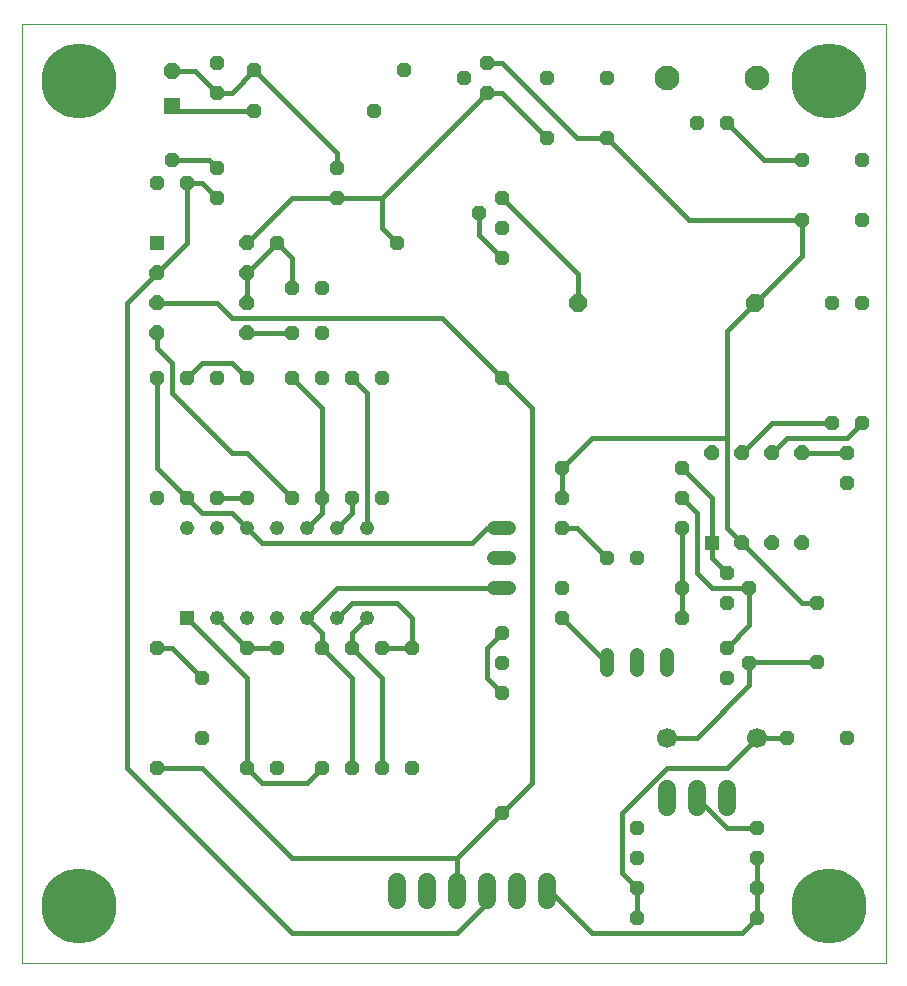
<source format=gtl>
G75*
%MOIN*%
%OFA0B0*%
%FSLAX24Y24*%
%IPPOS*%
%LPD*%
%AMOC8*
5,1,8,0,0,1.08239X$1,22.5*
%
%ADD10C,0.0000*%
%ADD11OC8,0.0480*%
%ADD12OC8,0.0531*%
%ADD13R,0.0531X0.0531*%
%ADD14R,0.0500X0.0500*%
%ADD15OC8,0.0500*%
%ADD16C,0.0600*%
%ADD17OC8,0.0472*%
%ADD18C,0.0827*%
%ADD19R,0.0480X0.0480*%
%ADD20C,0.0480*%
%ADD21C,0.0480*%
%ADD22OC8,0.0591*%
%ADD23C,0.0669*%
%ADD24C,0.0160*%
%ADD25C,0.2500*%
D10*
X000100Y000270D02*
X000100Y031570D01*
X028900Y031570D01*
X028900Y000270D01*
X000100Y000270D01*
D11*
X004600Y006770D03*
X006100Y007770D03*
X007600Y006770D03*
X008600Y006770D03*
X010100Y006770D03*
X011100Y006770D03*
X012100Y006770D03*
X013100Y006770D03*
X016100Y005270D03*
X016100Y009270D03*
X016100Y010270D03*
X016100Y011270D03*
X018100Y011770D03*
X018100Y012770D03*
X019600Y013770D03*
X020600Y013770D03*
X022100Y012770D03*
X022100Y011770D03*
X023600Y012270D03*
X024350Y012770D03*
X023600Y013270D03*
X022100Y014770D03*
X022100Y015770D03*
X022100Y016770D03*
X018100Y016770D03*
X018100Y015770D03*
X018100Y014770D03*
X016100Y019770D03*
X016100Y023770D03*
X016100Y024770D03*
X015350Y025270D03*
X016100Y025770D03*
X017600Y027770D03*
X019600Y027770D03*
X019600Y029770D03*
X017600Y029770D03*
X015600Y029270D03*
X014850Y029770D03*
X015600Y030270D03*
X012850Y030020D03*
X011850Y028645D03*
X010600Y026770D03*
X010600Y025770D03*
X008600Y024270D03*
X009100Y022770D03*
X010100Y022770D03*
X010100Y021270D03*
X009100Y021270D03*
X009100Y019770D03*
X010100Y019770D03*
X011100Y019770D03*
X012100Y019770D03*
X012100Y015770D03*
X011100Y015770D03*
X010100Y015770D03*
X009100Y015770D03*
X007600Y015770D03*
X006600Y015770D03*
X005600Y015770D03*
X004600Y015770D03*
X004600Y019770D03*
X005600Y019770D03*
X006600Y019770D03*
X007600Y019770D03*
X012600Y024270D03*
X007850Y028645D03*
X007850Y030020D03*
X006600Y030270D03*
X006600Y029270D03*
X005100Y027020D03*
X004600Y026270D03*
X005600Y026270D03*
X006600Y025770D03*
X006600Y026770D03*
X007600Y010770D03*
X008600Y010770D03*
X010100Y010770D03*
X011100Y010770D03*
X012100Y010770D03*
X013100Y010770D03*
X006100Y009770D03*
X004600Y010770D03*
X020600Y004770D03*
X020600Y003770D03*
X020600Y002770D03*
X020600Y001770D03*
X024600Y001770D03*
X024600Y002770D03*
X024600Y003770D03*
X024600Y004770D03*
X025600Y007770D03*
X027600Y007770D03*
X024350Y010270D03*
X023600Y009770D03*
X023600Y010770D03*
X027600Y016270D03*
X027600Y017270D03*
X027100Y018270D03*
X028100Y018270D03*
X028100Y022270D03*
X027100Y022270D03*
D12*
X005100Y029975D03*
D13*
X005100Y028825D03*
D14*
X004600Y024270D03*
X023100Y014270D03*
D15*
X024100Y014270D03*
X025100Y014270D03*
X026100Y014270D03*
X026100Y017270D03*
X025100Y017270D03*
X024100Y017270D03*
X023100Y017270D03*
X007600Y021270D03*
X007600Y022270D03*
X007600Y023270D03*
X007600Y024270D03*
X004600Y023270D03*
X004600Y022270D03*
X004600Y021270D03*
D16*
X012600Y002945D02*
X012600Y002345D01*
X013600Y002345D02*
X013600Y002945D01*
X014600Y002945D02*
X014600Y002345D01*
X015600Y002345D02*
X015600Y002945D01*
X016600Y002945D02*
X016600Y002345D01*
X017600Y002345D02*
X017600Y002945D01*
X021600Y005470D02*
X021600Y006070D01*
X022600Y006070D02*
X022600Y005470D01*
X023600Y005470D02*
X023600Y006070D01*
D17*
X026600Y010285D03*
X026600Y012255D03*
X026100Y025020D03*
X028100Y025020D03*
X028100Y027020D03*
X026100Y027020D03*
X023600Y028270D03*
X022600Y028270D03*
D18*
X021600Y029770D03*
X024600Y029770D03*
D19*
X005600Y011770D03*
D20*
X006600Y011770D03*
X007600Y011770D03*
X008600Y011770D03*
X009600Y011770D03*
X010600Y011770D03*
X011600Y011770D03*
X011600Y014770D03*
X010600Y014770D03*
X009600Y014770D03*
X008600Y014770D03*
X007600Y014770D03*
X006600Y014770D03*
X005600Y014770D03*
D21*
X015860Y014770D02*
X016340Y014770D01*
X016340Y013770D02*
X015860Y013770D01*
X015860Y012770D02*
X016340Y012770D01*
X019600Y010510D02*
X019600Y010030D01*
X020600Y010030D02*
X020600Y010510D01*
X021600Y010510D02*
X021600Y010030D01*
D22*
X018650Y022270D03*
X024550Y022270D03*
D23*
X024600Y007770D03*
X021600Y007770D03*
D24*
X022600Y007770D01*
X024350Y009520D01*
X024350Y010270D01*
X024365Y010285D01*
X026600Y010285D01*
X026600Y012255D02*
X026585Y012270D01*
X026100Y012270D01*
X024100Y014270D01*
X023600Y014770D01*
X023600Y017770D01*
X019100Y017770D01*
X018100Y016770D01*
X018100Y015770D01*
X018100Y014770D02*
X018600Y014770D01*
X019600Y013770D01*
X018100Y011770D02*
X019600Y010270D01*
X022100Y011770D02*
X022100Y012770D01*
X022100Y014770D01*
X022600Y015270D02*
X022600Y013270D01*
X023100Y012770D01*
X024350Y012770D01*
X024350Y011520D01*
X023600Y010770D01*
X023600Y013270D02*
X023100Y013770D01*
X023100Y014270D01*
X023100Y015770D01*
X022100Y016770D01*
X022100Y015770D02*
X022600Y015270D01*
X024100Y017270D02*
X025100Y018270D01*
X027100Y018270D01*
X027600Y017770D02*
X025600Y017770D01*
X025100Y017270D01*
X026100Y017270D02*
X027600Y017270D01*
X027600Y017770D02*
X028100Y018270D01*
X024550Y022270D02*
X023600Y021320D01*
X023600Y017770D01*
X024550Y022270D02*
X026100Y023820D01*
X026100Y025020D01*
X022350Y025020D01*
X019600Y027770D01*
X018600Y027770D01*
X016100Y030270D01*
X015600Y030270D01*
X015600Y029270D02*
X012100Y025770D01*
X012100Y024770D01*
X012600Y024270D01*
X012100Y025770D02*
X010600Y025770D01*
X009100Y025770D01*
X007600Y024270D01*
X007600Y023270D02*
X007600Y022270D01*
X007100Y021770D02*
X014100Y021770D01*
X016100Y019770D01*
X017100Y018770D01*
X017100Y006270D01*
X016100Y005270D01*
X014600Y003770D01*
X009100Y003770D01*
X006100Y006770D01*
X004600Y006770D01*
X003600Y006770D02*
X009100Y001270D01*
X014600Y001270D01*
X015600Y002270D01*
X015600Y002645D01*
X014600Y002645D02*
X014600Y003770D01*
X017600Y002645D02*
X017725Y002645D01*
X019100Y001270D01*
X024100Y001270D01*
X024600Y001770D01*
X024600Y002770D01*
X024600Y003770D01*
X024600Y004770D02*
X023600Y004770D01*
X022600Y005770D01*
X021600Y006770D02*
X023600Y006770D01*
X024600Y007770D01*
X025600Y007770D01*
X021600Y006770D02*
X020100Y005270D01*
X020100Y003270D01*
X020600Y002770D01*
X020600Y001770D01*
X016100Y009270D02*
X015600Y009770D01*
X015600Y010770D01*
X016100Y011270D01*
X016100Y012770D02*
X010600Y012770D01*
X009600Y011770D01*
X010100Y011270D01*
X010100Y010770D01*
X011100Y009770D01*
X011100Y006770D01*
X012100Y006770D02*
X012100Y009770D01*
X011100Y010770D01*
X011100Y011270D01*
X011600Y011770D01*
X011100Y012270D02*
X012600Y012270D01*
X013100Y011770D01*
X013100Y010770D01*
X012100Y010770D01*
X010600Y011770D02*
X011100Y012270D01*
X010600Y014770D02*
X011100Y015270D01*
X011100Y015770D01*
X011600Y014770D02*
X011600Y019270D01*
X011100Y019770D01*
X010100Y018770D02*
X009100Y019770D01*
X010100Y018770D02*
X010100Y015770D01*
X010100Y015270D01*
X009600Y014770D01*
X009100Y015770D02*
X007600Y017270D01*
X007100Y017270D01*
X005100Y019270D01*
X005100Y020270D01*
X004600Y020770D01*
X004600Y021270D01*
X004600Y022270D02*
X006600Y022270D01*
X007100Y021770D01*
X007600Y021270D02*
X009100Y021270D01*
X009100Y022770D02*
X009100Y023770D01*
X008600Y024270D01*
X007600Y023270D01*
X005600Y024270D02*
X004600Y023270D01*
X003600Y022270D01*
X003600Y006770D01*
X006100Y009770D02*
X005100Y010770D01*
X004600Y010770D01*
X005600Y011770D02*
X007600Y009770D01*
X007600Y006770D01*
X008100Y006270D01*
X009600Y006270D01*
X010100Y006770D01*
X008600Y010770D02*
X007600Y010770D01*
X006600Y011770D01*
X008100Y014270D02*
X015100Y014270D01*
X015600Y014770D01*
X016100Y014770D01*
X018650Y022270D02*
X018650Y023220D01*
X016100Y025770D01*
X015350Y025270D02*
X015350Y024520D01*
X016100Y023770D01*
X017600Y027770D02*
X016100Y029270D01*
X015600Y029270D01*
X010600Y027270D02*
X010600Y026770D01*
X010600Y027270D02*
X007850Y030020D01*
X007100Y029270D01*
X006600Y029270D01*
X005895Y029975D01*
X005100Y029975D01*
X005100Y028825D02*
X005280Y028645D01*
X007850Y028645D01*
X006350Y027020D02*
X006600Y026770D01*
X006350Y027020D02*
X005100Y027020D01*
X005600Y026270D02*
X005600Y024270D01*
X006600Y025770D02*
X006100Y026270D01*
X005600Y026270D01*
X006100Y020270D02*
X007100Y020270D01*
X007600Y019770D01*
X006100Y020270D02*
X005600Y019770D01*
X004600Y019770D02*
X004600Y016770D01*
X005600Y015770D01*
X006100Y015270D01*
X007100Y015270D01*
X007600Y014770D01*
X008100Y014270D01*
X007600Y015770D02*
X006600Y015770D01*
X023600Y028270D02*
X024850Y027020D01*
X026100Y027020D01*
D25*
X027000Y029670D03*
X002000Y029670D03*
X002000Y002170D03*
X027000Y002170D03*
M02*

</source>
